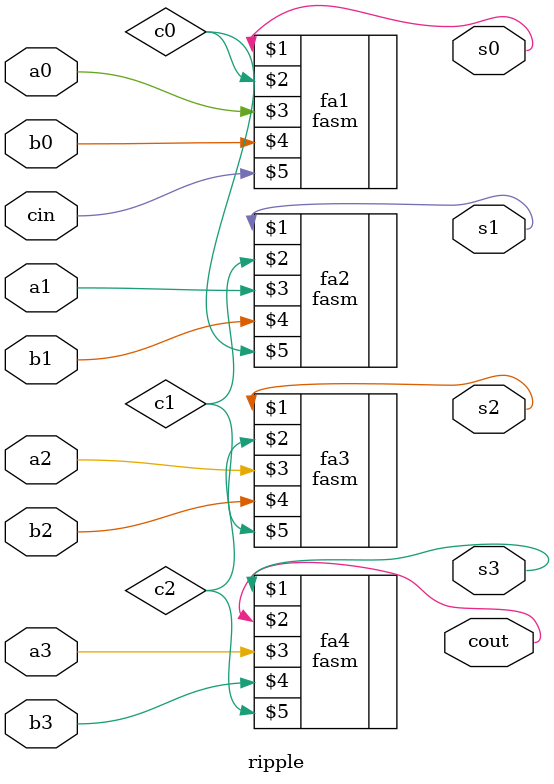
<source format=v>
module ripple(s0,s1,s2,s3,cout,a0,b0,a1,b1,a2,b2,a3,b3,cin);
output s0,s1,s2,s3,cout;
input a0,b0,a1,b1,a2,b2,a3,b3,cin;
wire c0,c1,c2;
fasm fa1(s0,c0,a0,b0,cin);
fasm fa2(s1,c1,a1,b1,c0);
fasm fa3(s2,c2,a2,b2,c1);
fasm fa4(s3,cout,a3,b3,c2);
endmodule

</source>
